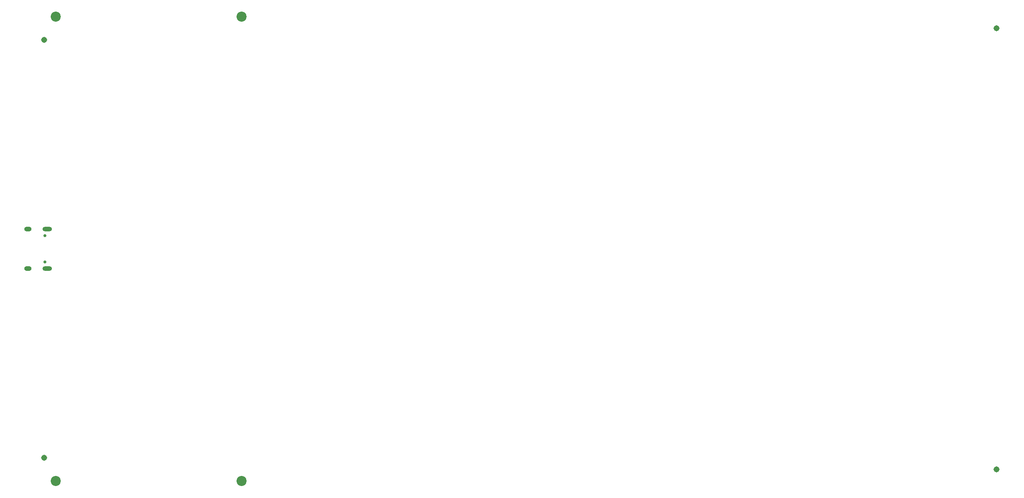
<source format=gbr>
%TF.GenerationSoftware,KiCad,Pcbnew,(6.0.9)*%
%TF.CreationDate,2022-12-26T01:44:17+02:00*%
%TF.ProjectId,maru-logic,6d617275-2d6c-46f6-9769-632e6b696361,rev?*%
%TF.SameCoordinates,Original*%
%TF.FileFunction,Soldermask,Bot*%
%TF.FilePolarity,Negative*%
%FSLAX46Y46*%
G04 Gerber Fmt 4.6, Leading zero omitted, Abs format (unit mm)*
G04 Created by KiCad (PCBNEW (6.0.9)) date 2022-12-26 01:44:17*
%MOMM*%
%LPD*%
G01*
G04 APERTURE LIST*
%ADD10C,0.650000*%
%ADD11O,1.600000X1.000000*%
%ADD12O,2.100000X1.000000*%
%ADD13C,2.200000*%
%ADD14C,1.310000*%
G04 APERTURE END LIST*
D10*
%TO.C,J101*%
X47095000Y-68930000D03*
X47095000Y-63150000D03*
D11*
X43445000Y-70360000D03*
D12*
X47625000Y-70360000D03*
D11*
X43445000Y-61720000D03*
D12*
X47625000Y-61720000D03*
%TD*%
D13*
%TO.C,H103*%
X49530000Y-15240000D03*
%TD*%
%TO.C,H107*%
X90170000Y-15240000D03*
%TD*%
D14*
%TO.C,H106*%
X46990000Y-20320000D03*
%TD*%
D13*
%TO.C,H108*%
X90170000Y-116840000D03*
%TD*%
D14*
%TO.C,H101*%
X255270000Y-114300000D03*
%TD*%
%TO.C,H102*%
X46990000Y-111760000D03*
%TD*%
%TO.C,H105*%
X255270000Y-17780000D03*
%TD*%
D13*
%TO.C,H104*%
X49530000Y-116840000D03*
%TD*%
M02*

</source>
